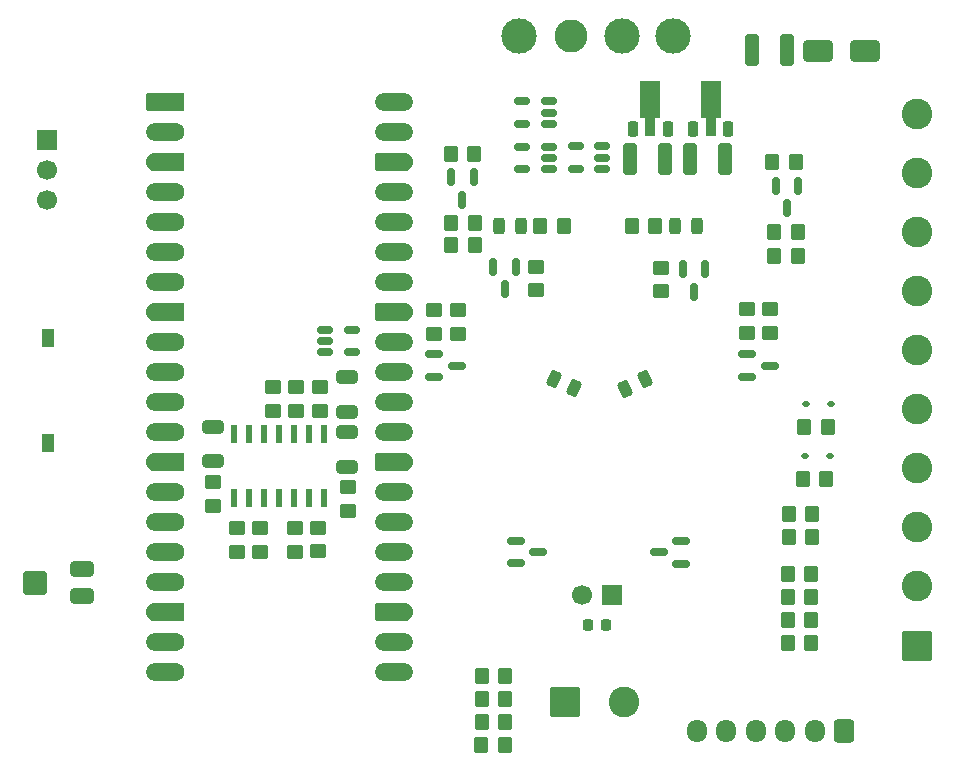
<source format=gts>
%TF.GenerationSoftware,KiCad,Pcbnew,9.0.2*%
%TF.CreationDate,2025-07-21T22:11:42-06:00*%
%TF.ProjectId,Pico_H-bridge_complete,5069636f-5f48-42d6-9272-696467655f63,rev?*%
%TF.SameCoordinates,Original*%
%TF.FileFunction,Soldermask,Top*%
%TF.FilePolarity,Negative*%
%FSLAX46Y46*%
G04 Gerber Fmt 4.6, Leading zero omitted, Abs format (unit mm)*
G04 Created by KiCad (PCBNEW 9.0.2) date 2025-07-21 22:11:42*
%MOMM*%
%LPD*%
G01*
G04 APERTURE LIST*
G04 Aperture macros list*
%AMRoundRect*
0 Rectangle with rounded corners*
0 $1 Rounding radius*
0 $2 $3 $4 $5 $6 $7 $8 $9 X,Y pos of 4 corners*
0 Add a 4 corners polygon primitive as box body*
4,1,4,$2,$3,$4,$5,$6,$7,$8,$9,$2,$3,0*
0 Add four circle primitives for the rounded corners*
1,1,$1+$1,$2,$3*
1,1,$1+$1,$4,$5*
1,1,$1+$1,$6,$7*
1,1,$1+$1,$8,$9*
0 Add four rect primitives between the rounded corners*
20,1,$1+$1,$2,$3,$4,$5,0*
20,1,$1+$1,$4,$5,$6,$7,0*
20,1,$1+$1,$6,$7,$8,$9,0*
20,1,$1+$1,$8,$9,$2,$3,0*%
%AMFreePoly0*
4,1,37,0.800000,0.796148,0.878414,0.796148,1.032228,0.765552,1.177117,0.705537,1.307515,0.618408,1.418408,0.507515,1.505537,0.377117,1.565552,0.232228,1.596148,0.078414,1.596148,-0.078414,1.565552,-0.232228,1.505537,-0.377117,1.418408,-0.507515,1.307515,-0.618408,1.177117,-0.705537,1.032228,-0.765552,0.878414,-0.796148,0.800000,-0.796148,0.800000,-0.800000,-1.400000,-0.800000,
-1.403843,-0.796157,-1.439018,-0.796157,-1.511114,-0.766294,-1.566294,-0.711114,-1.596157,-0.639018,-1.596157,-0.603843,-1.600000,-0.600000,-1.600000,0.600000,-1.596157,0.603843,-1.596157,0.639018,-1.566294,0.711114,-1.511114,0.766294,-1.439018,0.796157,-1.403843,0.796157,-1.400000,0.800000,0.800000,0.800000,0.800000,0.796148,0.800000,0.796148,$1*%
%AMFreePoly1*
4,1,37,1.403843,0.796157,1.439018,0.796157,1.511114,0.766294,1.566294,0.711114,1.596157,0.639018,1.596157,0.603843,1.600000,0.600000,1.600000,-0.600000,1.596157,-0.603843,1.596157,-0.639018,1.566294,-0.711114,1.511114,-0.766294,1.439018,-0.796157,1.403843,-0.796157,1.400000,-0.800000,-0.800000,-0.800000,-0.800000,-0.796148,-0.878414,-0.796148,-1.032228,-0.765552,-1.177117,-0.705537,
-1.307515,-0.618408,-1.418408,-0.507515,-1.505537,-0.377117,-1.565552,-0.232228,-1.596148,-0.078414,-1.596148,0.078414,-1.565552,0.232228,-1.505537,0.377117,-1.418408,0.507515,-1.307515,0.618408,-1.177117,0.705537,-1.032228,0.765552,-0.878414,0.796148,-0.800000,0.796148,-0.800000,0.800000,1.400000,0.800000,1.403843,0.796157,1.403843,0.796157,$1*%
%AMFreePoly2*
4,1,37,0.603843,0.796157,0.639018,0.796157,0.711114,0.766294,0.766294,0.711114,0.796157,0.639018,0.796157,0.603843,0.800000,0.600000,0.800000,-0.600000,0.796157,-0.603843,0.796157,-0.639018,0.766294,-0.711114,0.711114,-0.766294,0.639018,-0.796157,0.603843,-0.796157,0.600000,-0.800000,0.000000,-0.800000,0.000000,-0.796148,-0.078414,-0.796148,-0.232228,-0.765552,-0.377117,-0.705537,
-0.507515,-0.618408,-0.618408,-0.507515,-0.705537,-0.377117,-0.765552,-0.232228,-0.796148,-0.078414,-0.796148,0.078414,-0.765552,0.232228,-0.705537,0.377117,-0.618408,0.507515,-0.507515,0.618408,-0.377117,0.705537,-0.232228,0.765552,-0.078414,0.796148,0.000000,0.796148,0.000000,0.800000,0.600000,0.800000,0.603843,0.796157,0.603843,0.796157,$1*%
%AMFreePoly3*
4,1,37,0.000000,0.796148,0.078414,0.796148,0.232228,0.765552,0.377117,0.705537,0.507515,0.618408,0.618408,0.507515,0.705537,0.377117,0.765552,0.232228,0.796148,0.078414,0.796148,-0.078414,0.765552,-0.232228,0.705537,-0.377117,0.618408,-0.507515,0.507515,-0.618408,0.377117,-0.705537,0.232228,-0.765552,0.078414,-0.796148,0.000000,-0.796148,0.000000,-0.800000,-0.600000,-0.800000,
-0.603843,-0.796157,-0.639018,-0.796157,-0.711114,-0.766294,-0.766294,-0.711114,-0.796157,-0.639018,-0.796157,-0.603843,-0.800000,-0.600000,-0.800000,0.600000,-0.796157,0.603843,-0.796157,0.639018,-0.766294,0.711114,-0.711114,0.766294,-0.639018,0.796157,-0.603843,0.796157,-0.600000,0.800000,0.000000,0.800000,0.000000,0.796148,0.000000,0.796148,$1*%
%AMFreePoly4*
4,1,9,3.862500,-0.866500,0.737500,-0.866500,0.737500,-0.450000,-0.737500,-0.450000,-0.737500,0.450000,0.737500,0.450000,0.737500,0.866500,3.862500,0.866500,3.862500,-0.866500,3.862500,-0.866500,$1*%
G04 Aperture macros list end*
%ADD10RoundRect,0.150000X-0.150000X0.587500X-0.150000X-0.587500X0.150000X-0.587500X0.150000X0.587500X0*%
%ADD11RoundRect,0.250000X0.350000X0.450000X-0.350000X0.450000X-0.350000X-0.450000X0.350000X-0.450000X0*%
%ADD12FreePoly0,0.000000*%
%ADD13RoundRect,0.200000X-0.600000X-0.600000X0.600000X-0.600000X0.600000X0.600000X-0.600000X0.600000X0*%
%ADD14RoundRect,0.800000X-0.800000X-0.000010X0.800000X-0.000010X0.800000X0.000010X-0.800000X0.000010X0*%
%ADD15C,1.600000*%
%ADD16FreePoly1,0.000000*%
%ADD17FreePoly2,0.000000*%
%ADD18FreePoly3,0.000000*%
%ADD19RoundRect,0.250000X0.325000X1.100000X-0.325000X1.100000X-0.325000X-1.100000X0.325000X-1.100000X0*%
%ADD20C,3.000000*%
%ADD21R,1.700000X1.700000*%
%ADD22C,1.700000*%
%ADD23RoundRect,0.250000X-0.450000X0.350000X-0.450000X-0.350000X0.450000X-0.350000X0.450000X0.350000X0*%
%ADD24RoundRect,0.250000X0.450000X-0.350000X0.450000X0.350000X-0.450000X0.350000X-0.450000X-0.350000X0*%
%ADD25C,2.800000*%
%ADD26RoundRect,0.250000X0.600000X0.725000X-0.600000X0.725000X-0.600000X-0.725000X0.600000X-0.725000X0*%
%ADD27O,1.700000X1.950000*%
%ADD28RoundRect,0.250000X1.050000X-1.050000X1.050000X1.050000X-1.050000X1.050000X-1.050000X-1.050000X0*%
%ADD29C,2.600000*%
%ADD30RoundRect,0.225000X-0.225000X-0.250000X0.225000X-0.250000X0.225000X0.250000X-0.225000X0.250000X0*%
%ADD31RoundRect,0.250000X-0.325000X-1.100000X0.325000X-1.100000X0.325000X1.100000X-0.325000X1.100000X0*%
%ADD32RoundRect,0.225000X0.225000X-0.425000X0.225000X0.425000X-0.225000X0.425000X-0.225000X-0.425000X0*%
%ADD33FreePoly4,90.000000*%
%ADD34RoundRect,0.112500X-0.187500X-0.112500X0.187500X-0.112500X0.187500X0.112500X-0.187500X0.112500X0*%
%ADD35RoundRect,0.243750X0.243750X0.456250X-0.243750X0.456250X-0.243750X-0.456250X0.243750X-0.456250X0*%
%ADD36RoundRect,0.250000X-1.050000X-1.050000X1.050000X-1.050000X1.050000X1.050000X-1.050000X1.050000X0*%
%ADD37RoundRect,0.150000X0.512500X0.150000X-0.512500X0.150000X-0.512500X-0.150000X0.512500X-0.150000X0*%
%ADD38RoundRect,0.243750X-0.243750X-0.456250X0.243750X-0.456250X0.243750X0.456250X-0.243750X0.456250X0*%
%ADD39RoundRect,0.250000X0.650000X-0.325000X0.650000X0.325000X-0.650000X0.325000X-0.650000X-0.325000X0*%
%ADD40RoundRect,0.150000X-0.587500X-0.150000X0.587500X-0.150000X0.587500X0.150000X-0.587500X0.150000X0*%
%ADD41RoundRect,0.250000X-0.350000X-0.450000X0.350000X-0.450000X0.350000X0.450000X-0.350000X0.450000X0*%
%ADD42RoundRect,0.243750X0.413732X0.310490X-0.028093X0.516516X-0.413732X-0.310490X0.028093X-0.516516X0*%
%ADD43RoundRect,0.150000X0.587500X0.150000X-0.587500X0.150000X-0.587500X-0.150000X0.587500X-0.150000X0*%
%ADD44R,0.600000X1.550000*%
%ADD45R,1.100000X1.500000*%
%ADD46RoundRect,0.250000X-0.750000X0.400000X-0.750000X-0.400000X0.750000X-0.400000X0.750000X0.400000X0*%
%ADD47RoundRect,0.250000X-0.750000X0.750000X-0.750000X-0.750000X0.750000X-0.750000X0.750000X0.750000X0*%
%ADD48RoundRect,0.250000X-1.000000X-0.650000X1.000000X-0.650000X1.000000X0.650000X-1.000000X0.650000X0*%
%ADD49RoundRect,0.150000X-0.512500X-0.150000X0.512500X-0.150000X0.512500X0.150000X-0.512500X0.150000X0*%
%ADD50RoundRect,0.243750X-0.028093X-0.516516X0.413732X-0.310490X0.028093X0.516516X-0.413732X0.310490X0*%
G04 APERTURE END LIST*
D10*
%TO.C,Q6*%
X150190000Y-71402500D03*
X148290000Y-71402500D03*
X149240000Y-73277500D03*
%TD*%
D11*
%TO.C,R34*%
X151270000Y-108125000D03*
X149270000Y-108125000D03*
%TD*%
D12*
%TO.C,U1*%
X96600000Y-64300000D03*
D13*
X97400000Y-64300000D03*
D14*
X96600000Y-66840000D03*
D15*
X97400000Y-66840000D03*
D16*
X96600000Y-69380000D03*
D17*
X97400000Y-69380000D03*
D14*
X96600000Y-71920000D03*
D15*
X97400000Y-71920000D03*
D14*
X96600000Y-74460000D03*
D15*
X97400000Y-74460000D03*
D14*
X96600000Y-77000000D03*
D15*
X97400000Y-77000000D03*
D14*
X96600000Y-79540000D03*
D15*
X97400000Y-79540000D03*
D16*
X96600000Y-82080000D03*
D17*
X97400000Y-82080000D03*
D14*
X96600000Y-84620000D03*
D15*
X97400000Y-84620000D03*
D14*
X96600000Y-87160000D03*
D15*
X97400000Y-87160000D03*
D14*
X96600000Y-89700000D03*
D15*
X97400000Y-89700000D03*
D14*
X96600000Y-92240000D03*
D15*
X97400000Y-92240000D03*
D16*
X96600000Y-94780000D03*
D17*
X97400000Y-94780000D03*
D14*
X96600000Y-97320000D03*
D15*
X97400000Y-97320000D03*
D14*
X96600000Y-99860000D03*
D15*
X97400000Y-99860000D03*
D14*
X96600000Y-102400000D03*
D15*
X97400000Y-102400000D03*
D14*
X96600000Y-104940000D03*
D15*
X97400000Y-104940000D03*
D16*
X96600000Y-107480000D03*
D17*
X97400000Y-107480000D03*
D14*
X96600000Y-110020000D03*
D15*
X97400000Y-110020000D03*
D14*
X96600000Y-112560000D03*
D15*
X97400000Y-112560000D03*
X115180000Y-112560000D03*
D14*
X115980000Y-112560000D03*
D15*
X115180000Y-110020000D03*
D14*
X115980000Y-110020000D03*
D18*
X115180000Y-107480000D03*
D12*
X115980000Y-107480000D03*
D15*
X115180000Y-104940000D03*
D14*
X115980000Y-104940000D03*
D15*
X115180000Y-102400000D03*
D14*
X115980000Y-102400000D03*
D15*
X115180000Y-99860000D03*
D14*
X115980000Y-99860000D03*
D15*
X115180000Y-97320000D03*
D14*
X115980000Y-97320000D03*
D18*
X115180000Y-94780000D03*
D12*
X115980000Y-94780000D03*
D15*
X115180000Y-92240000D03*
D14*
X115980000Y-92240000D03*
D15*
X115180000Y-89700000D03*
D14*
X115980000Y-89700000D03*
D15*
X115180000Y-87160000D03*
D14*
X115980000Y-87160000D03*
D15*
X115180000Y-84620000D03*
D14*
X115980000Y-84620000D03*
D18*
X115180000Y-82080000D03*
D12*
X115980000Y-82080000D03*
D15*
X115180000Y-79540000D03*
D14*
X115980000Y-79540000D03*
D15*
X115180000Y-77000000D03*
D14*
X115980000Y-77000000D03*
D15*
X115180000Y-74460000D03*
D14*
X115980000Y-74460000D03*
D15*
X115180000Y-71920000D03*
D14*
X115980000Y-71920000D03*
D18*
X115180000Y-69380000D03*
D12*
X115980000Y-69380000D03*
D15*
X115180000Y-66840000D03*
D14*
X115980000Y-66840000D03*
D15*
X115180000Y-64300000D03*
D14*
X115980000Y-64300000D03*
%TD*%
D19*
%TO.C,C4*%
X149245000Y-59905000D03*
X146295000Y-59905000D03*
%TD*%
D11*
%TO.C,R5*%
X125380000Y-116790000D03*
X123380000Y-116790000D03*
%TD*%
%TO.C,R4*%
X152570000Y-96181429D03*
X150570000Y-96181429D03*
%TD*%
%TO.C,R2*%
X130325000Y-74791000D03*
X128325000Y-74791000D03*
%TD*%
D20*
%TO.C,TP2*%
X139572778Y-58725000D03*
%TD*%
D21*
%TO.C,J4*%
X134405000Y-105995000D03*
D22*
X131865000Y-105995000D03*
%TD*%
D11*
%TO.C,R31*%
X122740000Y-68713334D03*
X120740000Y-68713334D03*
%TD*%
%TO.C,R24*%
X151370000Y-99185714D03*
X149370000Y-99185714D03*
%TD*%
D23*
%TO.C,R27*%
X145820000Y-81800000D03*
X145820000Y-83800000D03*
%TD*%
D24*
%TO.C,R12*%
X102665000Y-102360000D03*
X102665000Y-100360000D03*
%TD*%
D25*
%TO.C,TP6*%
X130907593Y-58725000D03*
%TD*%
D26*
%TO.C,J2*%
X154075000Y-117555000D03*
D27*
X151575000Y-117555000D03*
X149075000Y-117555000D03*
X146575000Y-117555000D03*
X144075000Y-117555000D03*
X141575000Y-117555000D03*
%TD*%
D28*
%TO.C,J1*%
X160220000Y-110300000D03*
D29*
X160220000Y-105300000D03*
X160220000Y-100300000D03*
X160220000Y-95300000D03*
X160220000Y-90300000D03*
X160220000Y-85300000D03*
X160220000Y-80300000D03*
X160220000Y-75300000D03*
X160220000Y-70300000D03*
X160220000Y-65300000D03*
%TD*%
D20*
%TO.C,TP3*%
X135240185Y-58725000D03*
%TD*%
D30*
%TO.C,C5*%
X132350000Y-108600000D03*
X133900000Y-108600000D03*
%TD*%
D31*
%TO.C,C12*%
X135935000Y-69100000D03*
X138885000Y-69100000D03*
%TD*%
D10*
%TO.C,Q3*%
X126260000Y-78217500D03*
X124360000Y-78217500D03*
X125310000Y-80092500D03*
%TD*%
D32*
%TO.C,U7*%
X136155000Y-66525000D03*
D33*
X137655000Y-66437500D03*
D32*
X139155000Y-66525000D03*
%TD*%
D10*
%TO.C,Q5*%
X122690000Y-70669167D03*
X120790000Y-70669167D03*
X121740000Y-72544167D03*
%TD*%
D34*
%TO.C,D7*%
X150870000Y-89825000D03*
X152970000Y-89825000D03*
%TD*%
D35*
%TO.C,D1*%
X141615500Y-74791000D03*
X139740500Y-74791000D03*
%TD*%
D36*
%TO.C,J3*%
X130425000Y-115100000D03*
D29*
X135425000Y-115100000D03*
%TD*%
D23*
%TO.C,R16*%
X109555000Y-100330000D03*
X109555000Y-102330000D03*
%TD*%
D24*
%TO.C,R17*%
X109670000Y-90410000D03*
X109670000Y-88410000D03*
%TD*%
%TO.C,R19*%
X105685000Y-90400000D03*
X105685000Y-88400000D03*
%TD*%
D32*
%TO.C,U6*%
X141255000Y-66525000D03*
D33*
X142755000Y-66437500D03*
D32*
X144255000Y-66525000D03*
%TD*%
D23*
%TO.C,R7*%
X127995000Y-78220000D03*
X127995000Y-80220000D03*
%TD*%
D21*
%TO.C,JP1*%
X86550000Y-67485000D03*
D22*
X86550000Y-70025000D03*
X86550000Y-72565000D03*
%TD*%
D23*
%TO.C,R35*%
X121367400Y-81897500D03*
X121367400Y-83897500D03*
%TD*%
D11*
%TO.C,R8*%
X149960000Y-69380000D03*
X147960000Y-69380000D03*
%TD*%
D31*
%TO.C,C8*%
X141050000Y-69090000D03*
X144000000Y-69090000D03*
%TD*%
D34*
%TO.C,D6*%
X150770000Y-94229286D03*
X152870000Y-94229286D03*
%TD*%
D10*
%TO.C,Q4*%
X142305000Y-78457500D03*
X140405000Y-78457500D03*
X141355000Y-80332500D03*
%TD*%
D23*
%TO.C,R13*%
X104645000Y-100370000D03*
X104645000Y-102370000D03*
%TD*%
D37*
%TO.C,U9*%
X129107500Y-66120000D03*
X129107500Y-65170000D03*
X129107500Y-64220000D03*
X126832500Y-64220000D03*
X126832500Y-66120000D03*
%TD*%
D11*
%TO.C,R3*%
X125380000Y-112890000D03*
X123380000Y-112890000D03*
%TD*%
D38*
%TO.C,D2*%
X124822500Y-74791000D03*
X126697500Y-74791000D03*
%TD*%
D11*
%TO.C,R33*%
X151270000Y-104275000D03*
X149270000Y-104275000D03*
%TD*%
D39*
%TO.C,C2*%
X111970000Y-95185000D03*
X111970000Y-92235000D03*
%TD*%
D11*
%TO.C,R10*%
X151270000Y-110090000D03*
X149270000Y-110090000D03*
%TD*%
D40*
%TO.C,Q7*%
X119377300Y-85650000D03*
X119377300Y-87550000D03*
X121252300Y-86600000D03*
%TD*%
D41*
%TO.C,R20*%
X123360000Y-118750000D03*
X125360000Y-118750000D03*
%TD*%
%TO.C,R23*%
X148160000Y-77280000D03*
X150160000Y-77280000D03*
%TD*%
D42*
%TO.C,D3*%
X131164663Y-88516204D03*
X129465337Y-87723796D03*
%TD*%
D41*
%TO.C,R1*%
X136089000Y-74791000D03*
X138089000Y-74791000D03*
%TD*%
D43*
%TO.C,Q2*%
X140262500Y-103360000D03*
X140262500Y-101460000D03*
X138387500Y-102410000D03*
%TD*%
D40*
%TO.C,Q8*%
X145882500Y-85650000D03*
X145882500Y-87550000D03*
X147757500Y-86600000D03*
%TD*%
D39*
%TO.C,C1*%
X100610000Y-94705000D03*
X100610000Y-91755000D03*
%TD*%
D37*
%TO.C,U8*%
X129107500Y-69955000D03*
X129107500Y-69005000D03*
X129107500Y-68055000D03*
X126832500Y-68055000D03*
X126832500Y-69955000D03*
%TD*%
D39*
%TO.C,C3*%
X111970000Y-90545000D03*
X111970000Y-87595000D03*
%TD*%
D41*
%TO.C,R21*%
X123365000Y-114850000D03*
X125365000Y-114850000D03*
%TD*%
D44*
%TO.C,U5*%
X102425000Y-97815000D03*
X103695000Y-97815000D03*
X104965000Y-97815000D03*
X106235000Y-97815000D03*
X107505000Y-97815000D03*
X108775000Y-97815000D03*
X110045000Y-97815000D03*
X110045000Y-92415000D03*
X108775000Y-92415000D03*
X107505000Y-92415000D03*
X106235000Y-92415000D03*
X104965000Y-92415000D03*
X103695000Y-92415000D03*
X102425000Y-92415000D03*
%TD*%
D40*
%TO.C,Q1*%
X126256238Y-101416260D03*
X126256238Y-103316260D03*
X128131238Y-102366260D03*
%TD*%
D23*
%TO.C,R18*%
X107677500Y-88400000D03*
X107677500Y-90400000D03*
%TD*%
D45*
%TO.C,SW1*%
X86620000Y-93120000D03*
X86620000Y-84220000D03*
%TD*%
D11*
%TO.C,R30*%
X122790000Y-76413334D03*
X120790000Y-76413334D03*
%TD*%
D46*
%TO.C,RV1*%
X89520000Y-106125000D03*
D47*
X85520000Y-104975000D03*
D46*
X89520000Y-103825000D03*
%TD*%
D24*
%TO.C,R14*%
X112050000Y-98900000D03*
X112050000Y-96900000D03*
%TD*%
%TO.C,R15*%
X107575000Y-102340000D03*
X107575000Y-100340000D03*
%TD*%
D41*
%TO.C,R25*%
X149370000Y-101133571D03*
X151370000Y-101133571D03*
%TD*%
D48*
%TO.C,D5*%
X151820000Y-59960000D03*
X155820000Y-59960000D03*
%TD*%
D37*
%TO.C,U10*%
X133602500Y-69945000D03*
X133602500Y-68995000D03*
X133602500Y-68045000D03*
X131327500Y-68045000D03*
X131327500Y-69945000D03*
%TD*%
D23*
%TO.C,R28*%
X147820000Y-81800000D03*
X147820000Y-83800000D03*
%TD*%
D20*
%TO.C,TP1*%
X126575000Y-58725000D03*
%TD*%
D11*
%TO.C,R22*%
X150160000Y-75300000D03*
X148160000Y-75300000D03*
%TD*%
D24*
%TO.C,R11*%
X100630000Y-98460000D03*
X100630000Y-96460000D03*
%TD*%
D49*
%TO.C,U11*%
X110127500Y-83550000D03*
X110127500Y-84500000D03*
X110127500Y-85450000D03*
X112402500Y-85450000D03*
X112402500Y-83550000D03*
%TD*%
D50*
%TO.C,D4*%
X135490336Y-88546205D03*
X137189664Y-87753795D03*
%TD*%
D11*
%TO.C,R6*%
X152670000Y-91777143D03*
X150670000Y-91777143D03*
%TD*%
%TO.C,R29*%
X122790000Y-74500001D03*
X120790000Y-74500001D03*
%TD*%
D23*
%TO.C,R26*%
X119367400Y-81900000D03*
X119367400Y-83900000D03*
%TD*%
D24*
%TO.C,R9*%
X138595000Y-80320000D03*
X138595000Y-78320000D03*
%TD*%
D11*
%TO.C,R32*%
X151270000Y-106175000D03*
X149270000Y-106175000D03*
%TD*%
M02*

</source>
